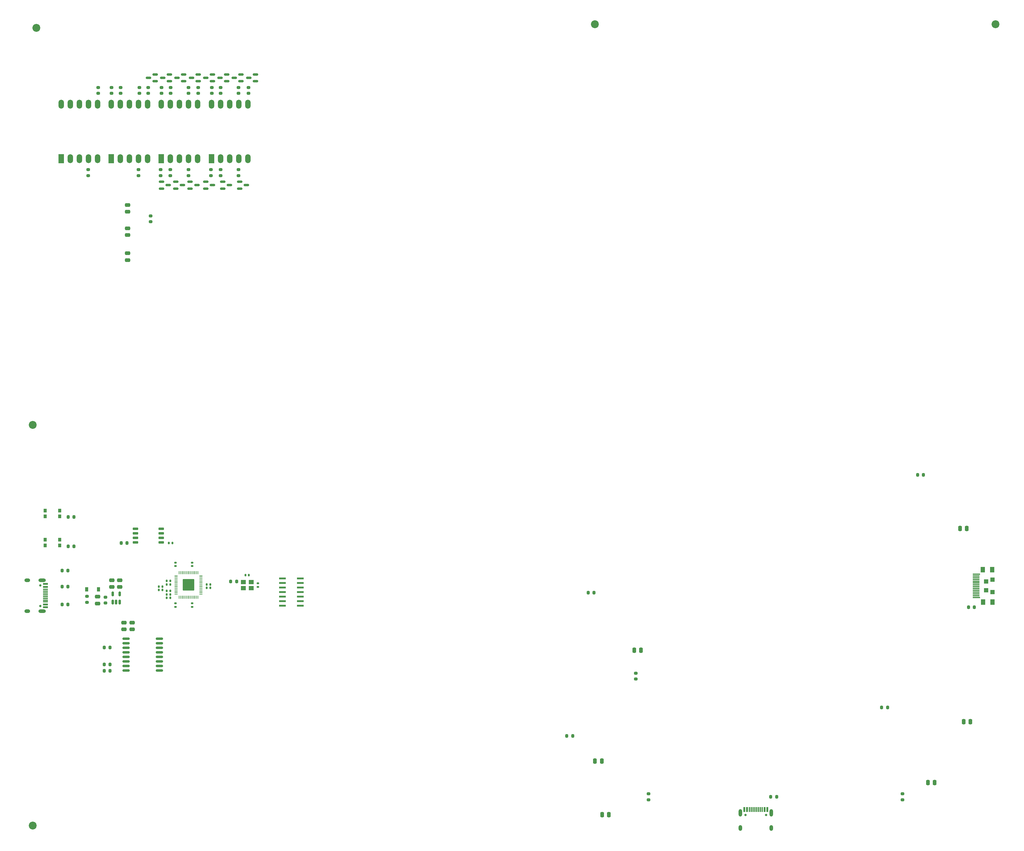
<source format=gbs>
%TF.GenerationSoftware,KiCad,Pcbnew,(6.0.4)*%
%TF.CreationDate,2022-05-26T23:51:57-07:00*%
%TF.ProjectId,top_L,746f705f-4c2e-46b6-9963-61645f706362,rev?*%
%TF.SameCoordinates,Original*%
%TF.FileFunction,Soldermask,Bot*%
%TF.FilePolarity,Negative*%
%FSLAX46Y46*%
G04 Gerber Fmt 4.6, Leading zero omitted, Abs format (unit mm)*
G04 Created by KiCad (PCBNEW (6.0.4)) date 2022-05-26 23:51:57*
%MOMM*%
%LPD*%
G01*
G04 APERTURE LIST*
G04 Aperture macros list*
%AMRoundRect*
0 Rectangle with rounded corners*
0 $1 Rounding radius*
0 $2 $3 $4 $5 $6 $7 $8 $9 X,Y pos of 4 corners*
0 Add a 4 corners polygon primitive as box body*
4,1,4,$2,$3,$4,$5,$6,$7,$8,$9,$2,$3,0*
0 Add four circle primitives for the rounded corners*
1,1,$1+$1,$2,$3*
1,1,$1+$1,$4,$5*
1,1,$1+$1,$6,$7*
1,1,$1+$1,$8,$9*
0 Add four rect primitives between the rounded corners*
20,1,$1+$1,$2,$3,$4,$5,0*
20,1,$1+$1,$4,$5,$6,$7,0*
20,1,$1+$1,$6,$7,$8,$9,0*
20,1,$1+$1,$8,$9,$2,$3,0*%
G04 Aperture macros list end*
%ADD10R,1.524000X2.524000*%
%ADD11O,1.524000X2.524000*%
%ADD12C,2.200000*%
%ADD13RoundRect,0.200000X0.200000X0.275000X-0.200000X0.275000X-0.200000X-0.275000X0.200000X-0.275000X0*%
%ADD14RoundRect,0.140000X0.170000X-0.140000X0.170000X0.140000X-0.170000X0.140000X-0.170000X-0.140000X0*%
%ADD15RoundRect,0.200000X-0.275000X0.200000X-0.275000X-0.200000X0.275000X-0.200000X0.275000X0.200000X0*%
%ADD16RoundRect,0.200000X0.275000X-0.200000X0.275000X0.200000X-0.275000X0.200000X-0.275000X-0.200000X0*%
%ADD17RoundRect,0.140000X-0.140000X-0.170000X0.140000X-0.170000X0.140000X0.170000X-0.140000X0.170000X0*%
%ADD18RoundRect,0.150000X0.587500X0.150000X-0.587500X0.150000X-0.587500X-0.150000X0.587500X-0.150000X0*%
%ADD19RoundRect,0.200000X-0.200000X-0.275000X0.200000X-0.275000X0.200000X0.275000X-0.200000X0.275000X0*%
%ADD20RoundRect,0.250000X0.475000X-0.250000X0.475000X0.250000X-0.475000X0.250000X-0.475000X-0.250000X0*%
%ADD21RoundRect,0.140000X0.140000X0.170000X-0.140000X0.170000X-0.140000X-0.170000X0.140000X-0.170000X0*%
%ADD22RoundRect,0.150000X-0.650000X-0.150000X0.650000X-0.150000X0.650000X0.150000X-0.650000X0.150000X0*%
%ADD23RoundRect,0.150000X-0.587500X-0.150000X0.587500X-0.150000X0.587500X0.150000X-0.587500X0.150000X0*%
%ADD24RoundRect,0.250000X-0.475000X0.250000X-0.475000X-0.250000X0.475000X-0.250000X0.475000X0.250000X0*%
%ADD25RoundRect,0.250000X0.250000X0.475000X-0.250000X0.475000X-0.250000X-0.475000X0.250000X-0.475000X0*%
%ADD26RoundRect,0.150000X0.875000X0.150000X-0.875000X0.150000X-0.875000X-0.150000X0.875000X-0.150000X0*%
%ADD27C,0.650000*%
%ADD28R,1.450000X0.600000*%
%ADD29R,1.450000X0.300000*%
%ADD30O,2.100000X1.000000*%
%ADD31O,1.600000X1.000000*%
%ADD32RoundRect,0.050000X-0.050000X0.387500X-0.050000X-0.387500X0.050000X-0.387500X0.050000X0.387500X0*%
%ADD33RoundRect,0.050000X-0.387500X0.050000X-0.387500X-0.050000X0.387500X-0.050000X0.387500X0.050000X0*%
%ADD34RoundRect,0.144000X-1.456000X1.456000X-1.456000X-1.456000X1.456000X-1.456000X1.456000X1.456000X0*%
%ADD35RoundRect,0.135000X-0.135000X-0.185000X0.135000X-0.185000X0.135000X0.185000X-0.135000X0.185000X0*%
%ADD36R,0.900000X1.200000*%
%ADD37RoundRect,0.150000X0.150000X-0.512500X0.150000X0.512500X-0.150000X0.512500X-0.150000X-0.512500X0*%
%ADD38R,1.981200X0.558800*%
%ADD39R,1.400000X1.200000*%
%ADD40R,0.900000X1.000000*%
%ADD41RoundRect,0.140000X-0.170000X0.140000X-0.170000X-0.140000X0.170000X-0.140000X0.170000X0.140000X0*%
%ADD42R,1.825000X0.400000*%
%ADD43R,1.200000X1.500000*%
%ADD44R,2.012500X0.400000*%
%ADD45R,1.200000X1.200000*%
%ADD46R,0.600000X1.450000*%
%ADD47R,0.300000X1.450000*%
%ADD48O,1.000000X2.100000*%
%ADD49O,1.000000X1.600000*%
G04 APERTURE END LIST*
D10*
X73920000Y-59620000D03*
D11*
X76460000Y-59620000D03*
X79000000Y-59620000D03*
X81540000Y-59620000D03*
X84080000Y-59620000D03*
X84080000Y-44380000D03*
X81540000Y-44380000D03*
X79000000Y-44380000D03*
X76460000Y-44380000D03*
X73920000Y-44380000D03*
D12*
X181000000Y-22000000D03*
X24000000Y-246000000D03*
D10*
X31920000Y-59620000D03*
D11*
X34460000Y-59620000D03*
X37000000Y-59620000D03*
X39540000Y-59620000D03*
X42080000Y-59620000D03*
X42080000Y-44380000D03*
X39540000Y-44380000D03*
X37000000Y-44380000D03*
X34460000Y-44380000D03*
X31920000Y-44380000D03*
D12*
X24000000Y-134000000D03*
D10*
X59920000Y-59620000D03*
D11*
X62460000Y-59620000D03*
X65000000Y-59620000D03*
X67540000Y-59620000D03*
X70080000Y-59620000D03*
X70080000Y-44380000D03*
X67540000Y-44380000D03*
X65000000Y-44380000D03*
X62460000Y-44380000D03*
X59920000Y-44380000D03*
D12*
X25000000Y-23000000D03*
X293000000Y-22000000D03*
D10*
X45920000Y-59620000D03*
D11*
X48460000Y-59620000D03*
X51000000Y-59620000D03*
X53540000Y-59620000D03*
X56080000Y-59620000D03*
X56080000Y-44380000D03*
X53540000Y-44380000D03*
X51000000Y-44380000D03*
X48460000Y-44380000D03*
X45920000Y-44380000D03*
D13*
X45575000Y-196250000D03*
X43925000Y-196250000D03*
D14*
X63900000Y-173480000D03*
X63900000Y-172520000D03*
D15*
X192500000Y-203425000D03*
X192500000Y-205075000D03*
D16*
X60000000Y-41325000D03*
X60000000Y-39675000D03*
D15*
X76500000Y-62675000D03*
X76500000Y-64325000D03*
D17*
X72620000Y-178600000D03*
X73580000Y-178600000D03*
D16*
X81500000Y-41325000D03*
X81500000Y-39675000D03*
D18*
X70187500Y-36050000D03*
X70187500Y-37950000D03*
X68312500Y-37000000D03*
D14*
X68500000Y-173480000D03*
X68500000Y-172520000D03*
D18*
X58187500Y-36050000D03*
X58187500Y-37950000D03*
X56312500Y-37000000D03*
D15*
X267000000Y-237175000D03*
X267000000Y-238825000D03*
D19*
X230175000Y-238000000D03*
X231825000Y-238000000D03*
D17*
X62020000Y-167000000D03*
X62980000Y-167000000D03*
X83420000Y-176000000D03*
X84380000Y-176000000D03*
D15*
X62400000Y-62675000D03*
X62400000Y-64325000D03*
D20*
X50500000Y-74450000D03*
X50500000Y-72550000D03*
D21*
X62380000Y-178600000D03*
X61420000Y-178600000D03*
D22*
X52700000Y-166905000D03*
X52700000Y-165635000D03*
X52700000Y-164365000D03*
X52700000Y-163095000D03*
X59900000Y-163095000D03*
X59900000Y-164365000D03*
X59900000Y-165635000D03*
X59900000Y-166905000D03*
D23*
X81812500Y-67950000D03*
X81812500Y-66050000D03*
X83687500Y-67000000D03*
D21*
X62380000Y-177600000D03*
X61420000Y-177600000D03*
D15*
X196000000Y-237175000D03*
X196000000Y-238825000D03*
D19*
X285395000Y-185000000D03*
X287045000Y-185000000D03*
D24*
X42100000Y-182050000D03*
X42100000Y-183950000D03*
D25*
X284950000Y-163000000D03*
X283050000Y-163000000D03*
X193950000Y-197000000D03*
X192050000Y-197000000D03*
D26*
X59400000Y-193805000D03*
X59400000Y-195075000D03*
X59400000Y-196345000D03*
X59400000Y-197615000D03*
X59400000Y-198885000D03*
X59400000Y-200155000D03*
X59400000Y-201425000D03*
X59400000Y-202695000D03*
X50100000Y-202695000D03*
X50100000Y-201425000D03*
X50100000Y-200155000D03*
X50100000Y-198885000D03*
X50100000Y-197615000D03*
X50100000Y-196345000D03*
X50100000Y-195075000D03*
X50100000Y-193805000D03*
D16*
X48500000Y-41325000D03*
X48500000Y-39675000D03*
D20*
X49500000Y-191200000D03*
X49500000Y-189300000D03*
D15*
X73750000Y-62675000D03*
X73750000Y-64325000D03*
D17*
X72620000Y-179600000D03*
X73580000Y-179600000D03*
D27*
X26100000Y-184640000D03*
X26100000Y-178860000D03*
D28*
X27545000Y-185000000D03*
X27545000Y-184200000D03*
D29*
X27545000Y-183000000D03*
X27545000Y-182000000D03*
X27545000Y-181500000D03*
X27545000Y-180500000D03*
D28*
X27545000Y-179300000D03*
X27545000Y-178500000D03*
X27545000Y-178500000D03*
X27545000Y-179300000D03*
D29*
X27545000Y-180000000D03*
X27545000Y-181000000D03*
X27545000Y-182500000D03*
X27545000Y-183500000D03*
D28*
X27545000Y-184200000D03*
X27545000Y-185000000D03*
D30*
X26630000Y-177430000D03*
X26630000Y-186070000D03*
D31*
X22450000Y-177430000D03*
X22450000Y-186070000D03*
D19*
X43925000Y-201000000D03*
X45575000Y-201000000D03*
D15*
X59750000Y-62675000D03*
X59750000Y-64325000D03*
D19*
X261175000Y-213000000D03*
X262825000Y-213000000D03*
D32*
X64900000Y-175312500D03*
X65300000Y-175312500D03*
X65700000Y-175312500D03*
X66100000Y-175312500D03*
X66500000Y-175312500D03*
X66900000Y-175312500D03*
X67300000Y-175312500D03*
X67700000Y-175312500D03*
X68100000Y-175312500D03*
X68500000Y-175312500D03*
X68900000Y-175312500D03*
X69300000Y-175312500D03*
X69700000Y-175312500D03*
X70100000Y-175312500D03*
D33*
X70937500Y-176150000D03*
X70937500Y-176550000D03*
X70937500Y-176950000D03*
X70937500Y-177350000D03*
X70937500Y-177750000D03*
X70937500Y-178150000D03*
X70937500Y-178550000D03*
X70937500Y-178950000D03*
X70937500Y-179350000D03*
X70937500Y-179750000D03*
X70937500Y-180150000D03*
X70937500Y-180550000D03*
X70937500Y-180950000D03*
X70937500Y-181350000D03*
D32*
X70100000Y-182187500D03*
X69700000Y-182187500D03*
X69300000Y-182187500D03*
X68900000Y-182187500D03*
X68500000Y-182187500D03*
X68100000Y-182187500D03*
X67700000Y-182187500D03*
X67300000Y-182187500D03*
X66900000Y-182187500D03*
X66500000Y-182187500D03*
X66100000Y-182187500D03*
X65700000Y-182187500D03*
X65300000Y-182187500D03*
X64900000Y-182187500D03*
D33*
X64062500Y-181350000D03*
X64062500Y-180950000D03*
X64062500Y-180550000D03*
X64062500Y-180150000D03*
X64062500Y-179750000D03*
X64062500Y-179350000D03*
X64062500Y-178950000D03*
X64062500Y-178550000D03*
X64062500Y-178150000D03*
X64062500Y-177750000D03*
X64062500Y-177350000D03*
X64062500Y-176950000D03*
X64062500Y-176550000D03*
X64062500Y-176150000D03*
D34*
X67500000Y-178750000D03*
D15*
X53500000Y-62675000D03*
X53500000Y-64325000D03*
D13*
X33825000Y-184250000D03*
X32175000Y-184250000D03*
X35525000Y-167950000D03*
X33875000Y-167950000D03*
X35525000Y-159750000D03*
X33875000Y-159750000D03*
D25*
X285950000Y-217000000D03*
X284050000Y-217000000D03*
D16*
X76500000Y-41325000D03*
X76500000Y-39675000D03*
X70250000Y-41325000D03*
X70250000Y-39675000D03*
D21*
X62380000Y-182400000D03*
X61420000Y-182400000D03*
D19*
X173175000Y-221000000D03*
X174825000Y-221000000D03*
D23*
X63962500Y-67950000D03*
X63962500Y-66050000D03*
X65837500Y-67000000D03*
D21*
X62380000Y-180400000D03*
X61420000Y-180400000D03*
D23*
X67962500Y-67950000D03*
X67962500Y-66050000D03*
X69837500Y-67000000D03*
D16*
X44300000Y-183825000D03*
X44300000Y-182175000D03*
D19*
X48675000Y-167000000D03*
X50325000Y-167000000D03*
D15*
X81500000Y-62675000D03*
X81500000Y-64325000D03*
D25*
X184950000Y-243000000D03*
X183050000Y-243000000D03*
D35*
X59190000Y-180200000D03*
X60210000Y-180200000D03*
D16*
X67500000Y-41325000D03*
X67500000Y-39675000D03*
D15*
X39100000Y-181975000D03*
X39100000Y-183625000D03*
D36*
X42350000Y-180000000D03*
X39050000Y-180000000D03*
D19*
X79275000Y-177800000D03*
X80925000Y-177800000D03*
D20*
X50500000Y-87950000D03*
X50500000Y-86050000D03*
D19*
X43925000Y-202750000D03*
X45575000Y-202750000D03*
D37*
X48250000Y-183537500D03*
X47300000Y-183537500D03*
X46350000Y-183537500D03*
X46350000Y-181262500D03*
X48250000Y-181262500D03*
D23*
X72312500Y-67950000D03*
X72312500Y-66050000D03*
X74187500Y-67000000D03*
D20*
X51750000Y-191200000D03*
X51750000Y-189300000D03*
D38*
X98713800Y-176940000D03*
X98713800Y-178210000D03*
X98713800Y-179480000D03*
X98713800Y-180750000D03*
X98713800Y-182020000D03*
X98713800Y-183290000D03*
X98713800Y-184560000D03*
X93786200Y-184560000D03*
X93786200Y-183290000D03*
X93786200Y-182020000D03*
X93786200Y-180750000D03*
X93786200Y-179480000D03*
X93786200Y-178210000D03*
X93786200Y-176940000D03*
D18*
X78187500Y-36050000D03*
X78187500Y-37950000D03*
X76312500Y-37000000D03*
D25*
X182950000Y-228000000D03*
X181050000Y-228000000D03*
D16*
X56250000Y-41325000D03*
X56250000Y-39675000D03*
D39*
X85000000Y-179650000D03*
X82800000Y-179650000D03*
X82800000Y-177950000D03*
X85000000Y-177950000D03*
D16*
X46000000Y-41325000D03*
X46000000Y-39675000D03*
D40*
X27450000Y-157950000D03*
X31550000Y-157950000D03*
X31550000Y-159550000D03*
X27450000Y-159550000D03*
X31550000Y-166150000D03*
X27450000Y-166150000D03*
X31550000Y-167750000D03*
X27450000Y-167750000D03*
D41*
X68500000Y-183920000D03*
X68500000Y-184880000D03*
D16*
X84250000Y-41325000D03*
X84250000Y-39675000D03*
D15*
X67500000Y-62675000D03*
X67500000Y-64325000D03*
D18*
X62187500Y-36050000D03*
X62187500Y-37950000D03*
X60312500Y-37000000D03*
D16*
X53750000Y-41325000D03*
X53750000Y-39675000D03*
D18*
X66187500Y-36050000D03*
X66187500Y-37950000D03*
X64312500Y-37000000D03*
D20*
X46100000Y-179350000D03*
X46100000Y-177450000D03*
D19*
X179175000Y-180950000D03*
X180825000Y-180950000D03*
D18*
X86187500Y-36050000D03*
X86187500Y-37950000D03*
X84312500Y-37000000D03*
D15*
X56900000Y-75575000D03*
X56900000Y-77225000D03*
D18*
X82187500Y-36050000D03*
X82187500Y-37950000D03*
X80312500Y-37000000D03*
D13*
X33825000Y-174750000D03*
X32175000Y-174750000D03*
D42*
X287560000Y-181750000D03*
X287560000Y-180250000D03*
X287560000Y-179750000D03*
X287560000Y-179250000D03*
X287560000Y-178750000D03*
X287560000Y-177250000D03*
X287560000Y-176750000D03*
X287560000Y-176250000D03*
X287560000Y-177750000D03*
X287560000Y-178250000D03*
X287560000Y-180750000D03*
X287560000Y-181250000D03*
D43*
X292060000Y-174450000D03*
D44*
X287660000Y-175750000D03*
D43*
X289460000Y-183550000D03*
D45*
X292110000Y-177250000D03*
D43*
X292110000Y-183550000D03*
D45*
X290360000Y-180250000D03*
D44*
X287653750Y-182250000D03*
D43*
X289410000Y-174450000D03*
D45*
X290360000Y-177750000D03*
X292110000Y-180750000D03*
D25*
X275950000Y-234000000D03*
X274050000Y-234000000D03*
D35*
X59190000Y-179200000D03*
X60210000Y-179200000D03*
D15*
X39500000Y-62675000D03*
X39500000Y-64325000D03*
D20*
X48300000Y-179350000D03*
X48300000Y-177450000D03*
D41*
X63900000Y-183920000D03*
X63900000Y-184880000D03*
D16*
X74000000Y-41325000D03*
X74000000Y-39675000D03*
D14*
X86900000Y-179280000D03*
X86900000Y-178320000D03*
D23*
X59962500Y-67950000D03*
X59962500Y-66050000D03*
X61837500Y-67000000D03*
D16*
X62500000Y-41325000D03*
X62500000Y-39675000D03*
D20*
X50500000Y-80950000D03*
X50500000Y-79050000D03*
D27*
X223110000Y-243030000D03*
X228890000Y-243030000D03*
D46*
X229250000Y-241585000D03*
X228450000Y-241585000D03*
D47*
X227250000Y-241585000D03*
X226250000Y-241585000D03*
X225750000Y-241585000D03*
X224750000Y-241585000D03*
D46*
X223550000Y-241585000D03*
X222750000Y-241585000D03*
X222750000Y-241585000D03*
X223550000Y-241585000D03*
D47*
X224250000Y-241585000D03*
X225250000Y-241585000D03*
X226750000Y-241585000D03*
X227750000Y-241585000D03*
D46*
X228450000Y-241585000D03*
X229250000Y-241585000D03*
D48*
X230320000Y-242500000D03*
D49*
X221680000Y-246680000D03*
D48*
X221680000Y-242500000D03*
D49*
X230320000Y-246680000D03*
D16*
X42250000Y-41325000D03*
X42250000Y-39675000D03*
D23*
X77062500Y-67950000D03*
X77062500Y-66050000D03*
X78937500Y-67000000D03*
D13*
X33825000Y-179250000D03*
X32175000Y-179250000D03*
D19*
X271175000Y-148000000D03*
X272825000Y-148000000D03*
D21*
X62380000Y-181400000D03*
X61420000Y-181400000D03*
D18*
X74187500Y-36050000D03*
X74187500Y-37950000D03*
X72312500Y-37000000D03*
M02*

</source>
